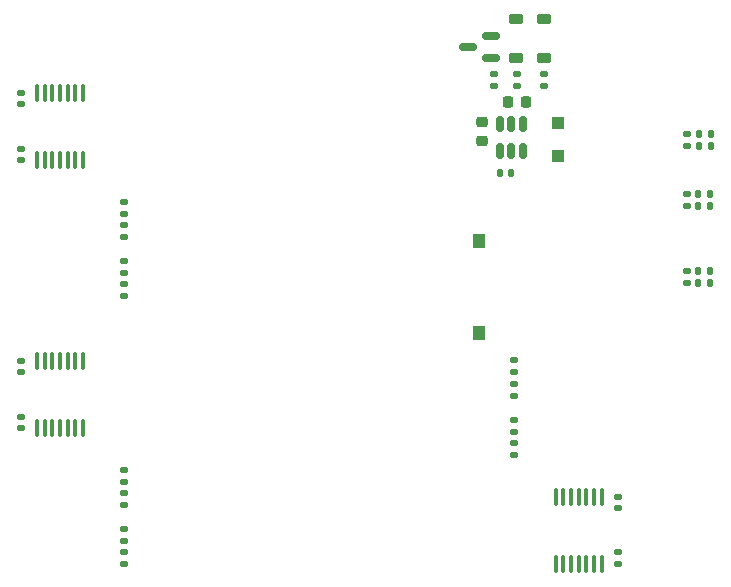
<source format=gbr>
%TF.GenerationSoftware,KiCad,Pcbnew,8.0.6+1*%
%TF.CreationDate,2024-11-30T04:25:24-08:00*%
%TF.ProjectId,pico-logic-analyzer,7069636f-2d6c-46f6-9769-632d616e616c,rev?*%
%TF.SameCoordinates,Original*%
%TF.FileFunction,Paste,Top*%
%TF.FilePolarity,Positive*%
%FSLAX46Y46*%
G04 Gerber Fmt 4.6, Leading zero omitted, Abs format (unit mm)*
G04 Created by KiCad (PCBNEW 8.0.6+1) date 2024-11-30 04:25:24*
%MOMM*%
%LPD*%
G01*
G04 APERTURE LIST*
G04 Aperture macros list*
%AMRoundRect*
0 Rectangle with rounded corners*
0 $1 Rounding radius*
0 $2 $3 $4 $5 $6 $7 $8 $9 X,Y pos of 4 corners*
0 Add a 4 corners polygon primitive as box body*
4,1,4,$2,$3,$4,$5,$6,$7,$8,$9,$2,$3,0*
0 Add four circle primitives for the rounded corners*
1,1,$1+$1,$2,$3*
1,1,$1+$1,$4,$5*
1,1,$1+$1,$6,$7*
1,1,$1+$1,$8,$9*
0 Add four rect primitives between the rounded corners*
20,1,$1+$1,$2,$3,$4,$5,0*
20,1,$1+$1,$4,$5,$6,$7,0*
20,1,$1+$1,$6,$7,$8,$9,0*
20,1,$1+$1,$8,$9,$2,$3,0*%
G04 Aperture macros list end*
%ADD10R,1.000000X1.250000*%
%ADD11RoundRect,0.225000X0.375000X-0.225000X0.375000X0.225000X-0.375000X0.225000X-0.375000X-0.225000X0*%
%ADD12RoundRect,0.135000X-0.185000X0.135000X-0.185000X-0.135000X0.185000X-0.135000X0.185000X0.135000X0*%
%ADD13RoundRect,0.100000X0.100000X-0.637500X0.100000X0.637500X-0.100000X0.637500X-0.100000X-0.637500X0*%
%ADD14RoundRect,0.135000X0.185000X-0.135000X0.185000X0.135000X-0.185000X0.135000X-0.185000X-0.135000X0*%
%ADD15RoundRect,0.150000X0.587500X0.150000X-0.587500X0.150000X-0.587500X-0.150000X0.587500X-0.150000X0*%
%ADD16RoundRect,0.140000X-0.170000X0.140000X-0.170000X-0.140000X0.170000X-0.140000X0.170000X0.140000X0*%
%ADD17RoundRect,0.135000X0.135000X0.185000X-0.135000X0.185000X-0.135000X-0.185000X0.135000X-0.185000X0*%
%ADD18RoundRect,0.225000X0.225000X0.250000X-0.225000X0.250000X-0.225000X-0.250000X0.225000X-0.250000X0*%
%ADD19RoundRect,0.225000X0.250000X-0.225000X0.250000X0.225000X-0.250000X0.225000X-0.250000X-0.225000X0*%
%ADD20RoundRect,0.250000X-0.300000X0.300000X-0.300000X-0.300000X0.300000X-0.300000X0.300000X0.300000X0*%
%ADD21RoundRect,0.100000X-0.100000X0.637500X-0.100000X-0.637500X0.100000X-0.637500X0.100000X0.637500X0*%
%ADD22RoundRect,0.140000X0.140000X0.170000X-0.140000X0.170000X-0.140000X-0.170000X0.140000X-0.170000X0*%
%ADD23RoundRect,0.140000X0.170000X-0.140000X0.170000X0.140000X-0.170000X0.140000X-0.170000X-0.140000X0*%
%ADD24RoundRect,0.150000X0.150000X-0.512500X0.150000X0.512500X-0.150000X0.512500X-0.150000X-0.512500X0*%
G04 APERTURE END LIST*
D10*
%TO.C,SW1*%
X181750000Y-81125000D03*
X181750000Y-73375000D03*
%TD*%
D11*
%TO.C,D1*%
X187250000Y-57900000D03*
X187250000Y-54600000D03*
%TD*%
D12*
%TO.C,R16*%
X199400000Y-64290000D03*
X199400000Y-65310000D03*
%TD*%
D13*
%TO.C,U4*%
X144350000Y-66535000D03*
X145000000Y-66535000D03*
X145650000Y-66535000D03*
X146300000Y-66535000D03*
X146950000Y-66535000D03*
X147600000Y-66535000D03*
X148250000Y-66535000D03*
X148250000Y-60810000D03*
X147600000Y-60810000D03*
X146950000Y-60810000D03*
X146300000Y-60810000D03*
X145650000Y-60810000D03*
X145000000Y-60810000D03*
X144350000Y-60810000D03*
%TD*%
D14*
%TO.C,R2*%
X185000000Y-60270000D03*
X185000000Y-59250000D03*
%TD*%
D15*
%TO.C,U2*%
X182750000Y-57900000D03*
X182750000Y-56000000D03*
X180875000Y-56950000D03*
%TD*%
D16*
%TO.C,C6*%
X143000000Y-65560000D03*
X143000000Y-66520000D03*
%TD*%
D13*
%TO.C,U3*%
X144350000Y-89225000D03*
X145000000Y-89225000D03*
X145650000Y-89225000D03*
X146300000Y-89225000D03*
X146950000Y-89225000D03*
X147600000Y-89225000D03*
X148250000Y-89225000D03*
X148250000Y-83500000D03*
X147600000Y-83500000D03*
X146950000Y-83500000D03*
X146300000Y-83500000D03*
X145650000Y-83500000D03*
X145000000Y-83500000D03*
X144350000Y-83500000D03*
%TD*%
D12*
%TO.C,R13*%
X184750000Y-88490000D03*
X184750000Y-89510000D03*
%TD*%
D14*
%TO.C,R7*%
X151750000Y-100760000D03*
X151750000Y-99740000D03*
%TD*%
%TO.C,R3*%
X183000000Y-60260000D03*
X183000000Y-59240000D03*
%TD*%
D12*
%TO.C,R10*%
X151750000Y-75040000D03*
X151750000Y-76060000D03*
%TD*%
D17*
%TO.C,R21*%
X201320000Y-70410000D03*
X200300000Y-70410000D03*
%TD*%
D18*
%TO.C,C3*%
X185775000Y-61600000D03*
X184225000Y-61600000D03*
%TD*%
D17*
%TO.C,R18*%
X201410000Y-64300000D03*
X200390000Y-64300000D03*
%TD*%
D14*
%TO.C,R14*%
X184750000Y-86520000D03*
X184750000Y-85500000D03*
%TD*%
D19*
%TO.C,C2*%
X182000000Y-64875000D03*
X182000000Y-63325000D03*
%TD*%
D12*
%TO.C,R19*%
X199400000Y-69400000D03*
X199400000Y-70420000D03*
%TD*%
D17*
%TO.C,R23*%
X201310000Y-75910000D03*
X200290000Y-75910000D03*
%TD*%
D20*
%TO.C,D2*%
X188500000Y-63350000D03*
X188500000Y-66150000D03*
%TD*%
D12*
%TO.C,R22*%
X199400000Y-75900000D03*
X199400000Y-76920000D03*
%TD*%
D17*
%TO.C,R17*%
X201410000Y-65300000D03*
X200390000Y-65300000D03*
%TD*%
D21*
%TO.C,U5*%
X192150000Y-95025000D03*
X191500000Y-95025000D03*
X190850000Y-95025000D03*
X190200000Y-95025000D03*
X189550000Y-95025000D03*
X188900000Y-95025000D03*
X188250000Y-95025000D03*
X188250000Y-100750000D03*
X188900000Y-100750000D03*
X189550000Y-100750000D03*
X190200000Y-100750000D03*
X190850000Y-100750000D03*
X191500000Y-100750000D03*
X192150000Y-100750000D03*
%TD*%
D12*
%TO.C,R6*%
X151750000Y-97730000D03*
X151750000Y-98750000D03*
%TD*%
D14*
%TO.C,R5*%
X151750000Y-95760000D03*
X151750000Y-94740000D03*
%TD*%
D17*
%TO.C,R20*%
X201320000Y-69410000D03*
X200300000Y-69410000D03*
%TD*%
D14*
%TO.C,R12*%
X184750000Y-91520000D03*
X184750000Y-90500000D03*
%TD*%
D22*
%TO.C,C1*%
X184480000Y-67600000D03*
X183520000Y-67600000D03*
%TD*%
D23*
%TO.C,C7*%
X143000000Y-61810000D03*
X143000000Y-60850000D03*
%TD*%
D17*
%TO.C,R24*%
X201310000Y-76910000D03*
X200290000Y-76910000D03*
%TD*%
D23*
%TO.C,C5*%
X143000000Y-84500000D03*
X143000000Y-83540000D03*
%TD*%
D12*
%TO.C,R4*%
X151750000Y-92730000D03*
X151750000Y-93750000D03*
%TD*%
D14*
%TO.C,R11*%
X151750000Y-78070000D03*
X151750000Y-77050000D03*
%TD*%
%TO.C,R1*%
X187250000Y-60260000D03*
X187250000Y-59240000D03*
%TD*%
D16*
%TO.C,C4*%
X143000000Y-88250000D03*
X143000000Y-89210000D03*
%TD*%
D23*
%TO.C,C8*%
X193500000Y-96000000D03*
X193500000Y-95040000D03*
%TD*%
D24*
%TO.C,U1*%
X183570000Y-65737500D03*
X184520000Y-65737500D03*
X185470000Y-65737500D03*
X185470000Y-63462500D03*
X184520000Y-63462500D03*
X183570000Y-63462500D03*
%TD*%
D16*
%TO.C,C9*%
X193500000Y-99750000D03*
X193500000Y-100710000D03*
%TD*%
D12*
%TO.C,R15*%
X184750000Y-83490000D03*
X184750000Y-84510000D03*
%TD*%
D11*
%TO.C,D3*%
X184900000Y-57900000D03*
X184900000Y-54600000D03*
%TD*%
D14*
%TO.C,R9*%
X151750000Y-73070000D03*
X151750000Y-72050000D03*
%TD*%
D12*
%TO.C,R8*%
X151750000Y-70040000D03*
X151750000Y-71060000D03*
%TD*%
M02*

</source>
